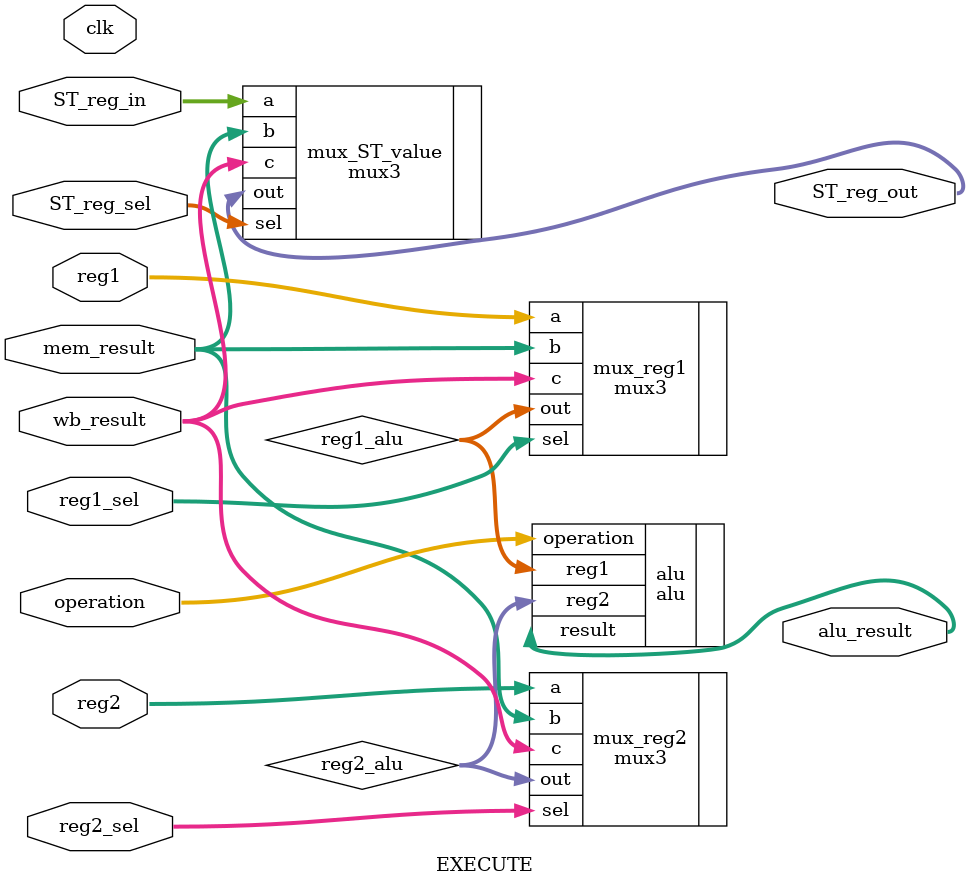
<source format=sv>
module EXECUTE (
  input clk,
  input [1:0] reg1_sel, reg2_sel, ST_reg_sel, // valores desde forwarding
  input [3:0] operation, // seleccion operacion para alu
  input [31:0] reg1, reg2, mem_result, wb_result, ST_reg_in, // registros de decode, mem y wb
  output [31:0] alu_result, ST_reg_out 
);

  wire [31:0] reg1_alu, reg2_alu;
  
  // mux para reg1 de alu
  mux3 mux_reg1 (
    .a(reg1),
    .b(mem_result),
    .c(wb_result),
    .sel(reg1_sel),
    .out(reg1_alu)
  );

  // mux para reg2 de alu
  mux3 mux_reg2 (
    .a(reg2),
    .b(mem_result),
    .c(wb_result),
    .sel(reg2_sel),
    .out(reg2_alu)
  );
	
  // mux para reg a almacenar
  mux3 mux_ST_value (
    .a(ST_reg_in),
    .b(mem_result),
    .c(wb_result),
    .sel(ST_reg_sel),
    .out(ST_reg_out)
  );
  
  // alu con registros desde decode, wb, mem y con adelantamiento
  alu alu(
    .reg1(reg1_alu),
    .reg2(reg2_alu),
    .operation(operation),
    .result(alu_result)
  );
endmodule
</source>
